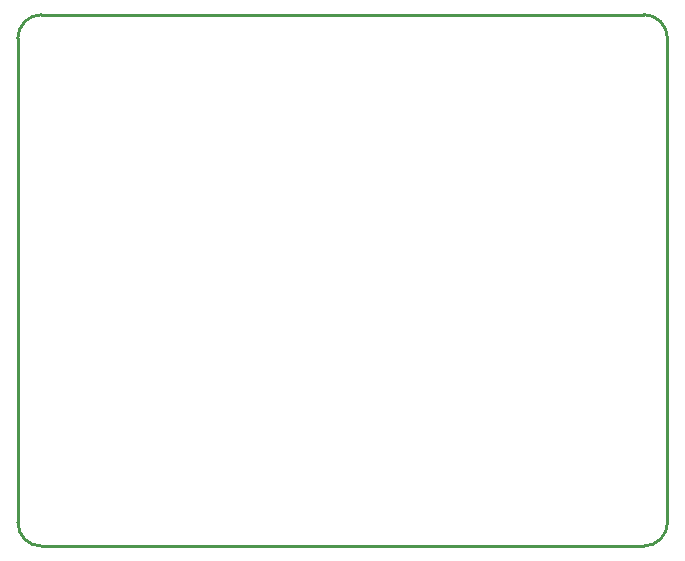
<source format=gko>
G04 Layer: BoardOutlineLayer*
G04 EasyEDA v6.5.9, 2022-09-16 14:53:16*
G04 a67cddfb3fce44daa9051d46cbbcc19f,10*
G04 Gerber Generator version 0.2*
G04 Scale: 100 percent, Rotated: No, Reflected: No *
G04 Dimensions in millimeters *
G04 leading zeros omitted , absolute positions ,4 integer and 5 decimal *
%FSLAX45Y45*%
%MOMM*%

%ADD10C,0.2540*%
D10*
X0Y199999D02*
G01*
X0Y4299991D01*
X5299989Y0D02*
G01*
X199999Y0D01*
X5499988Y4299991D02*
G01*
X5499988Y199999D01*
X199999Y4499990D02*
G01*
X5299989Y4499990D01*
G75*
G01*
X5299989Y4499991D02*
G02*
X5499989Y4299991I0J-200000D01*
G75*
G01*
X5499989Y200000D02*
G02*
X5299989Y0I-200000J0D01*
G75*
G01*
X200000Y0D02*
G02*
X0Y200000I0J200000D01*
G75*
G01*
X0Y4299991D02*
G02*
X200000Y4499991I200000J0D01*

%LPD*%
M02*

</source>
